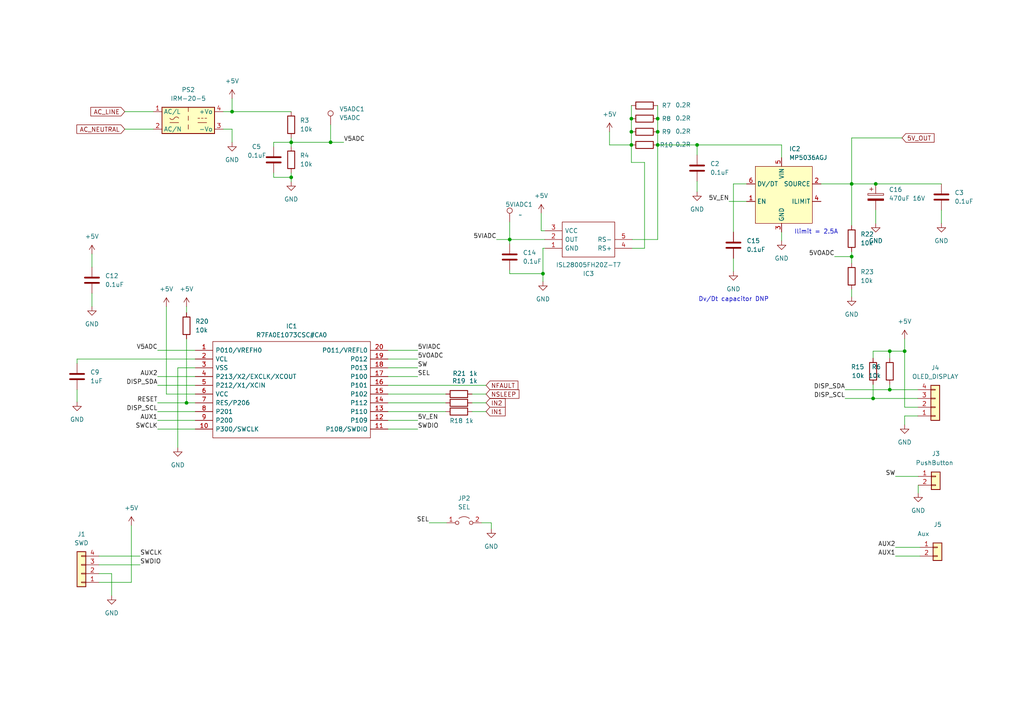
<source format=kicad_sch>
(kicad_sch (version 20230121) (generator eeschema)
  (paper "A4")
  (lib_symbols
    (symbol "Connector:TestPoint" (pin_numbers hide) (pin_names (offset 0.762) hide)
      (property "Reference" "TP" (at 0 6.858 0))
      (property "Value" "TestPoint" (at 0 5.08 0))
      (symbol "TestPoint_0_1"
        (circle (center 0 3.302) (radius 0.762))
      )
      (symbol "TestPoint_1_1"
        (pin passive line (at 0 0 90) (length 2.54) (name "1") (number "1"))
      )
    )
    (symbol "Connector_Generic:Conn_01x02" (pin_names (offset 1.016) hide)
      (property "Reference" "J" (at 0 2.54 0))
      (property "Value" "Conn_01x02" (at 0 -5.08 0))
      (symbol "Conn_01x02_1_1"
        (rectangle (start -1.27 -2.413) (end 0 -2.667) (stroke (width 0.1524)))
        (rectangle (start -1.27 0.127) (end 0 -0.127) (stroke (width 0.1524)))
        (rectangle (start -1.27 1.27) (end 1.27 -3.81) (stroke (width 0.254)) (fill (type background)))
        (pin passive line (at -5.08 0 0) (length 3.81) (name "Pin_1") (number "1"))
        (pin passive line (at -5.08 -2.54 0) (length 3.81) (name "Pin_2") (number "2"))
      )
    )
    (symbol "Connector_Generic:Conn_01x04" (pin_names (offset 1.016) hide)
      (property "Reference" "J" (at 0 5.08 0))
      (property "Value" "Conn_01x04" (at 0 -7.62 0))
      (symbol "Conn_01x04_1_1"
        (rectangle (start -1.27 -4.953) (end 0 -5.207) (stroke (width 0.1524)))
        (rectangle (start -1.27 -2.413) (end 0 -2.667) (stroke (width 0.1524)))
        (rectangle (start -1.27 0.127) (end 0 -0.127) (stroke (width 0.1524)))
        (rectangle (start -1.27 2.667) (end 0 2.413) (stroke (width 0.1524)))
        (rectangle (start -1.27 3.81) (end 1.27 -6.35) (stroke (width 0.254)) (fill (type background)))
        (pin passive line (at -5.08 2.54 0) (length 3.81) (name "Pin_1") (number "1"))
        (pin passive line (at -5.08 0 0) (length 3.81) (name "Pin_2") (number "2"))
        (pin passive line (at -5.08 -2.54 0) (length 3.81) (name "Pin_3") (number "3"))
        (pin passive line (at -5.08 -5.08 0) (length 3.81) (name "Pin_4") (number "4"))
      )
    )
    (symbol "Converter_ACDC:IRM-20-5"
      (property "Reference" "PS" (at 0 5.08 0))
      (property "Value" "IRM-20-5" (at 0 -5.08 0))
      (symbol "IRM-20-5_0_1"
        (rectangle (start -7.62 3.81) (end 7.62 -3.81) (stroke (width 0.254)) (fill (type background)))
        (arc (start -5.334 0.635) (mid -4.699 0.2495) (end -4.064 0.635))
        (arc (start -2.794 0.635) (mid -3.429 1.0072) (end -4.064 0.635))
        (polyline (pts (xy -5.334 -0.635) (xy -2.794 -0.635)))
        (polyline (pts (xy 0 -1.27) (xy 0 -2.54)))
        (polyline (pts (xy 0 1.27) (xy 0 0)))
        (polyline (pts (xy 0 3.81) (xy 0 2.54)))
        (polyline (pts (xy 2.794 -0.635) (xy 5.334 -0.635)))
        (polyline (pts (xy 2.794 0.635) (xy 3.302 0.635)))
        (polyline (pts (xy 3.81 0.635) (xy 4.318 0.635)))
        (polyline (pts (xy 4.826 0.635) (xy 5.334 0.635)))
      )
      (symbol "IRM-20-5_1_1"
        (pin power_in line (at -10.16 2.54 0) (length 2.54) (name "AC/L") (number "1"))
        (pin power_in line (at -10.16 -2.54 0) (length 2.54) (name "AC/N") (number "2"))
        (pin power_out line (at 10.16 -2.54 180) (length 2.54) (name "-Vo") (number "3"))
        (pin power_out line (at 10.16 2.54 180) (length 2.54) (name "+Vo") (number "4"))
      )
    )
    (symbol "DRV8874PWPR:MP5036"
      (property "Reference" "U" (at 1.27 1.27 0))
      (property "Value" "MP5036AGJ" (at 1.27 1.27 0))
      (symbol "MP5036_1_1"
        (rectangle (start 0 0) (end 16.51 -16.51) (fill (type background)))
        (pin input line (at -2.54 -10.16 0) (length 2.54) (name "EN") (number "1"))
        (pin power_out line (at 19.05 -5.08 180) (length 2.54) (name "SOURCE") (number "2"))
        (pin power_in line (at 7.62 -19.05 90) (length 2.54) (name "GND") (number "3"))
        (pin input line (at 19.05 -10.16 180) (length 2.54) (name "ILIMIT") (number "4"))
        (pin power_in line (at 7.62 2.54 270) (length 2.54) (name "VIN") (number "5"))
        (pin input line (at -2.54 -5.08 0) (length 2.54) (name "DV/DT") (number "6"))
      )
    )
    (symbol "Device:C" (pin_numbers hide) (pin_names (offset 0.254))
      (property "Reference" "C" (at 0.635 2.54 0))
      (property "Value" "C" (at 0.635 -2.54 0))
      (symbol "C_0_1"
        (polyline (pts (xy -2.032 -0.762) (xy 2.032 -0.762)) (stroke (width 0.508)))
        (polyline (pts (xy -2.032 0.762) (xy 2.032 0.762)) (stroke (width 0.508)))
      )
      (symbol "C_1_1"
        (pin passive line (at 0 3.81 270) (length 2.794) (name "~") (number "1"))
        (pin passive line (at 0 -3.81 90) (length 2.794) (name "~") (number "2"))
      )
    )
    (symbol "Device:C_Polarized" (pin_numbers hide) (pin_names (offset 0.254))
      (property "Reference" "C" (at 0.635 2.54 0))
      (property "Value" "C_Polarized" (at 0.635 -2.54 0))
      (symbol "C_Polarized_0_1"
        (rectangle (start -2.286 0.508) (end 2.286 1.016))
        (polyline (pts (xy -1.778 2.286) (xy -0.762 2.286)))
        (polyline (pts (xy -1.27 2.794) (xy -1.27 1.778)))
        (rectangle (start 2.286 -0.508) (end -2.286 -1.016) (fill (type outline)))
      )
      (symbol "C_Polarized_1_1"
        (pin passive line (at 0 3.81 270) (length 2.794) (name "~") (number "1"))
        (pin passive line (at 0 -3.81 90) (length 2.794) (name "~") (number "2"))
      )
    )
    (symbol "Device:R" (pin_numbers hide) (pin_names (offset 0))
      (property "Reference" "R" (at 2.032 0 90))
      (property "Value" "R" (at 0 0 90))
      (symbol "R_0_1"
        (rectangle (start -1.016 -2.54) (end 1.016 2.54) (stroke (width 0.254)))
      )
      (symbol "R_1_1"
        (pin passive line (at 0 3.81 270) (length 1.27) (name "~") (number "1"))
        (pin passive line (at 0 -3.81 90) (length 1.27) (name "~") (number "2"))
      )
    )
    (symbol "ISL28005FH20Z-T7:ISL28005FH20Z-T7" (pin_names (offset 0.762))
      (property "Reference" "IC" (at 21.59 7.62 0))
      (property "Value" "ISL28005FH20Z-T7" (at 21.59 5.08 0))
      (symbol "ISL28005FH20Z-T7_0_0"
        (pin passive line (at 0 0 0) (length 5.08) (name "GND") (number "1"))
        (pin passive line (at 0 -2.54 0) (length 5.08) (name "OUT") (number "2"))
        (pin passive line (at 0 -5.08 0) (length 5.08) (name "VCC") (number "3"))
        (pin passive line (at 25.4 0 180) (length 5.08) (name "RS+") (number "4"))
        (pin passive line (at 25.4 -2.54 180) (length 5.08) (name "RS-") (number "5"))
      )
      (symbol "ISL28005FH20Z-T7_0_1"
        (polyline (pts (xy 5.08 2.54) (xy 20.32 2.54) (xy 20.32 -7.62) (xy 5.08 -7.62) (xy 5.08 2.54)) (stroke (width 0.1524)))
      )
    )
    (symbol "Jumper:Jumper_2_Open" (pin_names (offset 0) hide)
      (property "Reference" "JP" (at 0 2.794 0))
      (property "Value" "Jumper_2_Open" (at 0 -2.286 0))
      (symbol "Jumper_2_Open_0_0"
        (circle (center -2.032 0) (radius 0.508))
        (circle (center 2.032 0) (radius 0.508))
      )
      (symbol "Jumper_2_Open_0_1"
        (arc (start 1.524 1.27) (mid 0 1.778) (end -1.524 1.27))
      )
      (symbol "Jumper_2_Open_1_1"
        (pin passive line (at -5.08 0 0) (length 2.54) (name "A") (number "1"))
        (pin passive line (at 5.08 0 180) (length 2.54) (name "B") (number "2"))
      )
    )
    (symbol "R7FA0E1073CSC#CA0:R7FA0E1073CSC#CA0" (pin_names (offset 0.762))
      (property "Reference" "IC" (at 52.07 7.62 0))
      (property "Value" "R7FA0E1073CSC#CA0" (at 52.07 5.08 0))
      (symbol "R7FA0E1073CSC#CA0_0_0"
        (pin passive line (at 0 0 0) (length 5.08) (name "P010/VREFH0") (number "1"))
        (pin passive line (at 0 -22.86 0) (length 5.08) (name "P300/SWCLK") (number "10"))
        (pin passive line (at 55.88 -22.86 180) (length 5.08) (name "P108/SWDIO") (number "11"))
        (pin passive line (at 55.88 -20.32 180) (length 5.08) (name "P109") (number "12"))
        (pin passive line (at 55.88 -17.78 180) (length 5.08) (name "P110") (number "13"))
        (pin passive line (at 55.88 -15.24 180) (length 5.08) (name "P112") (number "14"))
        (pin passive line (at 55.88 -12.7 180) (length 5.08) (name "P102") (number "15"))
        (pin passive line (at 55.88 -10.16 180) (length 5.08) (name "P101") (number "16"))
        (pin passive line (at 55.88 -7.62 180) (length 5.08) (name "P100") (number "17"))
        (pin passive line (at 55.88 -5.08 180) (length 5.08) (name "P013") (number "18"))
        (pin passive line (at 55.88 -2.54 180) (length 5.08) (name "P012") (number "19"))
        (pin passive line (at 0 -2.54 0) (length 5.08) (name "VCL") (number "2"))
        (pin passive line (at 55.88 0 180) (length 5.08) (name "P011/VREFL0") (number "20"))
        (pin passive line (at 0 -5.08 0) (length 5.08) (name "VSS") (number "3"))
        (pin passive line (at 0 -7.62 0) (length 5.08) (name "P213/X2/EXCLK/XCOUT") (number "4"))
        (pin passive line (at 0 -10.16 0) (length 5.08) (name "P212/X1/XCIN") (number "5"))
        (pin passive line (at 0 -12.7 0) (length 5.08) (name "VCC") (number "6"))
        (pin passive line (at 0 -15.24 0) (length 5.08) (name "RES/P206") (number "7"))
        (pin passive line (at 0 -17.78 0) (length 5.08) (name "P201") (number "8"))
        (pin passive line (at 0 -20.32 0) (length 5.08) (name "P200") (number "9"))
      )
      (symbol "R7FA0E1073CSC#CA0_0_1"
        (polyline (pts (xy 5.08 2.54) (xy 50.8 2.54) (xy 50.8 -25.4) (xy 5.08 -25.4) (xy 5.08 2.54)) (stroke (width 0.1524)))
      )
    )
    (symbol "power:+5V" (power) (pin_names (offset 0))
      (property "Value" "+5V" (at 0 3.556 0))
      (symbol "+5V_0_1"
        (polyline (pts (xy -0.762 1.27) (xy 0 2.54)))
        (polyline (pts (xy 0 0) (xy 0 2.54)))
        (polyline (pts (xy 0 2.54) (xy 0.762 1.27)))
      )
      (symbol "+5V_1_1"
        (pin power_in line (at 0 0 90) (length 0) hide (name "+5V") (number "1"))
      )
    )
    (symbol "power:GND" (power) (pin_names (offset 0))
      (property "Value" "GND" (at 0 -3.81 0))
      (symbol "GND_0_1"
        (polyline (pts (xy 0 0) (xy 0 -1.27) (xy 1.27 -1.27) (xy 0 -2.54) (xy -1.27 -1.27) (xy 0 -1.27)))
      )
      (symbol "GND_1_1"
        (pin power_in line (at 0 0 270) (length 0) hide (name "GND") (number "1"))
      )
    )
  )
  (junction (at 54.102 116.84))
  (junction (at 258.064 113.03))
  (junction (at 67.31 32.385))
  (junction (at 190.754 42.037))
  (junction (at 253.238 115.57))
  (junction (at 183.134 34.417))
  (junction (at 258.064 101.854))
  (junction (at 262.382 101.854))
  (junction (at 202.184 42.037))
  (junction (at 183.134 42.037))
  (junction (at 183.134 38.227))
  (junction (at 84.455 41.275))
  (junction (at 254 53.34))
  (junction (at 84.455 51.435))
  (junction (at 190.754 38.227))
  (junction (at 147.828 69.469))
  (junction (at 247.015 53.34))
  (junction (at 247.015 74.422))
  (junction (at 190.754 34.417))
  (junction (at 157.48 79.375))
  (junction (at 95.885 41.275))
  (wire (pts (xy 273.05 60.96) (xy 273.05 64.77)))
  (wire (pts (xy 157.48 72.009) (xy 157.48 79.375)))
  (wire (pts (xy 190.754 38.227) (xy 190.754 42.037)))
  (wire (pts (xy 258.064 113.03) (xy 245.11 113.03)))
  (wire (pts (xy 266.192 113.03) (xy 258.064 113.03)))
  (wire (pts (xy 84.455 40.005) (xy 84.455 41.275)))
  (wire (pts (xy 54.102 88.9) (xy 54.102 90.678)))
  (wire (pts (xy 67.31 32.385) (xy 84.455 32.385)))
  (wire (pts (xy 45.72 116.84) (xy 54.102 116.84)))
  (wire (pts (xy 79.375 51.435) (xy 84.455 51.435)))
  (wire (pts (xy 54.102 116.84) (xy 56.642 116.84)))
  (wire (pts (xy 112.522 109.22) (xy 121.158 109.22)))
  (wire (pts (xy 142.494 151.638) (xy 142.494 153.416)))
  (wire (pts (xy 266.192 118.11) (xy 262.382 118.11)))
  (wire (pts (xy 238.125 53.34) (xy 247.015 53.34)))
  (wire (pts (xy 202.184 42.037) (xy 190.754 42.037)))
  (wire (pts (xy 157.988 66.929) (xy 156.972 66.929)))
  (wire (pts (xy 51.562 106.68) (xy 51.562 129.794)))
  (wire (pts (xy 112.522 101.6) (xy 121.158 101.6)))
  (wire (pts (xy 247.015 65.405) (xy 247.015 53.34)))
  (wire (pts (xy 45.72 121.92) (xy 56.642 121.92)))
  (wire (pts (xy 226.695 42.037) (xy 202.184 42.037)))
  (wire (pts (xy 26.67 85.09) (xy 26.67 88.9)))
  (wire (pts (xy 56.642 106.68) (xy 51.562 106.68)))
  (wire (pts (xy 212.725 53.34) (xy 216.535 53.34)))
  (wire (pts (xy 26.67 73.66) (xy 26.67 77.47)))
  (wire (pts (xy 253.238 115.57) (xy 245.11 115.57)))
  (wire (pts (xy 22.352 104.14) (xy 22.352 105.41)))
  (wire (pts (xy 84.455 41.275) (xy 84.455 42.545)))
  (wire (pts (xy 247.015 83.947) (xy 247.015 86.106)))
  (wire (pts (xy 22.352 104.14) (xy 56.642 104.14)))
  (wire (pts (xy 36.195 32.385) (xy 44.45 32.385)))
  (wire (pts (xy 258.064 111.506) (xy 258.064 113.03)))
  (wire (pts (xy 112.522 106.68) (xy 121.158 106.68)))
  (wire (pts (xy 136.906 114.3) (xy 140.97 114.3)))
  (wire (pts (xy 226.695 45.72) (xy 226.695 42.037)))
  (wire (pts (xy 176.784 42.037) (xy 183.134 42.037)))
  (wire (pts (xy 186.944 72.009) (xy 183.388 72.009)))
  (wire (pts (xy 95.885 41.275) (xy 99.695 41.275)))
  (wire (pts (xy 147.828 79.375) (xy 147.828 78.359)))
  (wire (pts (xy 112.522 124.46) (xy 121.158 124.46)))
  (wire (pts (xy 212.725 74.93) (xy 212.725 78.74)))
  (wire (pts (xy 254 53.34) (xy 273.05 53.34)))
  (wire (pts (xy 84.455 51.435) (xy 84.455 52.705)))
  (wire (pts (xy 183.134 30.607) (xy 183.134 34.417)))
  (wire (pts (xy 190.754 42.037) (xy 190.754 69.469)))
  (wire (pts (xy 259.715 158.75) (xy 266.827 158.75)))
  (wire (pts (xy 253.238 111.506) (xy 253.238 115.57)))
  (wire (pts (xy 147.828 69.469) (xy 147.828 70.739)))
  (wire (pts (xy 147.828 64.389) (xy 147.828 69.469)))
  (wire (pts (xy 258.064 101.854) (xy 262.382 101.854)))
  (wire (pts (xy 36.195 37.465) (xy 44.45 37.465)))
  (wire (pts (xy 112.522 104.14) (xy 121.158 104.14)))
  (wire (pts (xy 79.375 41.275) (xy 84.455 41.275)))
  (wire (pts (xy 190.754 34.417) (xy 190.754 38.227)))
  (wire (pts (xy 176.784 38.227) (xy 176.784 42.037)))
  (wire (pts (xy 226.695 67.31) (xy 226.695 69.85)))
  (wire (pts (xy 28.702 161.29) (xy 40.64 161.29)))
  (wire (pts (xy 156.972 66.929) (xy 156.972 61.849)))
  (wire (pts (xy 259.715 138.176) (xy 266.319 138.176)))
  (wire (pts (xy 266.192 120.65) (xy 262.382 120.65)))
  (wire (pts (xy 157.48 79.375) (xy 157.48 81.661)))
  (wire (pts (xy 95.885 36.195) (xy 95.885 41.275)))
  (wire (pts (xy 139.7 151.638) (xy 142.494 151.638)))
  (wire (pts (xy 112.522 119.38) (xy 129.286 119.38)))
  (wire (pts (xy 32.385 166.37) (xy 32.385 172.72)))
  (wire (pts (xy 186.944 47.117) (xy 186.944 72.009)))
  (wire (pts (xy 202.184 52.578) (xy 202.184 55.626)))
  (wire (pts (xy 183.134 38.227) (xy 183.134 42.037)))
  (wire (pts (xy 45.72 109.22) (xy 56.642 109.22)))
  (wire (pts (xy 22.352 113.03) (xy 22.352 116.586)))
  (wire (pts (xy 67.31 37.465) (xy 67.31 41.275)))
  (wire (pts (xy 254 60.96) (xy 254 64.77)))
  (wire (pts (xy 112.522 121.92) (xy 121.158 121.92)))
  (wire (pts (xy 124.46 151.638) (xy 129.54 151.638)))
  (wire (pts (xy 261.62 40.005) (xy 247.015 40.005)))
  (wire (pts (xy 247.015 40.005) (xy 247.015 53.34)))
  (wire (pts (xy 28.702 163.83) (xy 40.64 163.83)))
  (wire (pts (xy 48.26 88.9) (xy 48.26 114.3)))
  (wire (pts (xy 112.522 114.3) (xy 129.286 114.3)))
  (wire (pts (xy 28.702 168.91) (xy 38.1 168.91)))
  (wire (pts (xy 64.77 37.465) (xy 67.31 37.465)))
  (wire (pts (xy 242.062 74.422) (xy 247.015 74.422)))
  (wire (pts (xy 202.184 42.037) (xy 202.184 44.958)))
  (wire (pts (xy 28.702 166.37) (xy 32.385 166.37)))
  (wire (pts (xy 136.906 119.38) (xy 140.97 119.38)))
  (wire (pts (xy 183.134 47.117) (xy 186.944 47.117)))
  (wire (pts (xy 258.064 103.886) (xy 258.064 101.854)))
  (wire (pts (xy 38.1 152.4) (xy 38.1 168.91)))
  (wire (pts (xy 266.192 115.57) (xy 253.238 115.57)))
  (wire (pts (xy 253.238 101.854) (xy 258.064 101.854)))
  (wire (pts (xy 262.382 120.65) (xy 262.382 123.19)))
  (wire (pts (xy 247.015 53.34) (xy 254 53.34)))
  (wire (pts (xy 79.375 51.435) (xy 79.375 50.165)))
  (wire (pts (xy 212.725 67.31) (xy 212.725 53.34)))
  (wire (pts (xy 56.642 114.3) (xy 48.26 114.3)))
  (wire (pts (xy 190.754 30.607) (xy 190.754 34.417)))
  (wire (pts (xy 247.015 74.422) (xy 247.015 73.025)))
  (wire (pts (xy 45.72 124.46) (xy 56.642 124.46)))
  (wire (pts (xy 262.382 118.11) (xy 262.382 101.854)))
  (wire (pts (xy 183.134 42.037) (xy 183.134 47.117)))
  (wire (pts (xy 54.102 98.298) (xy 54.102 116.84)))
  (wire (pts (xy 79.375 42.545) (xy 79.375 41.275)))
  (wire (pts (xy 144.018 69.469) (xy 147.828 69.469)))
  (wire (pts (xy 247.015 76.327) (xy 247.015 74.422)))
  (wire (pts (xy 157.988 72.009) (xy 157.48 72.009)))
  (wire (pts (xy 253.238 103.886) (xy 253.238 101.854)))
  (wire (pts (xy 84.455 51.435) (xy 84.455 50.165)))
  (wire (pts (xy 112.522 111.76) (xy 140.97 111.76)))
  (wire (pts (xy 259.715 161.29) (xy 266.827 161.29)))
  (wire (pts (xy 147.828 69.469) (xy 157.988 69.469)))
  (wire (pts (xy 183.134 34.417) (xy 183.134 38.227)))
  (wire (pts (xy 67.31 32.385) (xy 67.31 28.575)))
  (wire (pts (xy 45.72 119.38) (xy 56.642 119.38)))
  (wire (pts (xy 84.455 41.275) (xy 95.885 41.275)))
  (wire (pts (xy 262.382 101.854) (xy 262.382 98.298)))
  (wire (pts (xy 45.72 101.6) (xy 56.642 101.6)))
  (wire (pts (xy 64.77 32.385) (xy 67.31 32.385)))
  (wire (pts (xy 157.48 79.375) (xy 147.828 79.375)))
  (wire (pts (xy 136.906 116.84) (xy 140.97 116.84)))
  (wire (pts (xy 211.455 58.42) (xy 216.535 58.42)))
  (wire (pts (xy 190.754 69.469) (xy 183.388 69.469)))
  (wire (pts (xy 112.522 116.84) (xy 129.286 116.84)))
  (wire (pts (xy 45.72 111.76) (xy 56.642 111.76)))
  (wire (pts (xy 266.319 140.716) (xy 266.319 143.002)))
  (text "Dv/Dt capacitor DNP" (at 202.565 87.63 0) (effects (font (size 1.27 1.27)) (justify left bottom)))
  (text "Ilimit = 2.5A" (at 230.378 68.072 0) (effects (font (size 1.27 1.27)) (justify left bottom)))
  (label "AUX2" (at 259.715 158.75 180))
  (label "AUX1" (at 259.715 161.29 180))
  (label "SEL" (at 124.46 151.638 180))
  (label "SWDIO" (at 121.158 124.46 0))
  (label "AUX1" (at 45.72 121.92 180))
  (label "SWCLK" (at 45.72 124.46 180))
  (label "5VOADC" (at 121.158 104.14 0))
  (label "5V_EN" (at 211.455 58.42 180))
  (label "DISP_SCL" (at 45.72 119.38 180))
  (label "SEL" (at 121.158 109.22 0))
  (label "SWCLK" (at 40.64 161.29 0))
  (label "SW" (at 121.158 106.68 0))
  (label "RESET" (at 45.72 116.84 180))
  (label "DISP_SCL" (at 245.11 115.57 180))
  (label "5VIADC" (at 121.158 101.6 0))
  (label "5VIADC" (at 144.018 69.469 180))
  (label "5VOADC" (at 242.062 74.422 180))
  (label "SWDIO" (at 40.64 163.83 0))
  (label "5V_EN" (at 121.158 121.92 0))
  (label "V5ADC" (at 99.695 41.275 0))
  (label "SW" (at 259.715 138.176 180))
  (label "V5ADC" (at 45.72 101.6 180))
  (label "DISP_SDA" (at 245.11 113.03 180))
  (label "DISP_SDA" (at 45.72 111.76 180))
  (label "AUX2" (at 45.72 109.22 180))
  (global_label "NFAULT" (shape input) (at 140.97 111.76 0) (property "Intersheetrefs" "${INTERSHEET_REFS}" (effects hide)))
  (global_label "AC_NEUTRAL" (shape input) (at 36.195 37.465 180) (property "Intersheetrefs" "${INTERSHEET_REFS}" (effects hide)))
  (global_label "IN1" (shape input) (at 140.97 119.38 0) (property "Intersheetrefs" "${INTERSHEET_REFS}" (effects hide)))
  (global_label "NSLEEP" (shape input) (at 140.97 114.3 0) (property "Intersheetrefs" "${INTERSHEET_REFS}" (effects hide)))
  (global_label "5V_OUT" (shape input) (at 261.62 40.005 0) (property "Intersheetrefs" "${INTERSHEET_REFS}" (effects hide)))
  (global_label "AC_LINE" (shape input) (at 36.195 32.385 180) (property "Intersheetrefs" "${INTERSHEET_REFS}" (effects hide)))
  (global_label "IN2" (shape input) (at 140.97 116.84 0) (property "Intersheetrefs" "${INTERSHEET_REFS}" (effects hide)))
  (symbol (lib_id "power:GND") (at 32.385 172.72 0) (unit 1)
    (property "Reference" "#PWR06" (effects hide))
    (property "Value" "GND" (at 32.385 177.8 0))
  )
  (symbol (lib_id "power:+5V") (at 38.1 152.4 0) (unit 1)
    (property "Reference" "#PWR020" (effects hide))
    (property "Value" "+5V" (at 38.1 147.32 0))
  )
  (symbol (lib_id "Device:R") (at 186.944 42.037 90) (unit 1)
    (property "Reference" "R10" (at 193.294 42.037 90))
    (property "Value" "0.2R" (at 198.12 41.91 90))
    (property "Footprint" "Resistor_SMD:R_1206_3216Metric_Pad1.30x1.75mm_HandSolder" (effects hide))
  )
  (symbol (lib_id "Connector:TestPoint") (at 147.828 64.389 0) (unit 1)
    (property "Reference" "5VIADC1" (at 146.558 59.309 0) (effects (justify left)))
    (property "Value" "~" (at 150.368 62.357 0) (effects (justify left)))
    (property "Footprint" "TestPoint:TestPoint_Pad_D1.0mm" (effects hide))
  )
  (symbol (lib_id "power:GND") (at 247.015 86.106 0) (unit 1)
    (property "Reference" "#PWR036" (effects hide))
    (property "Value" "GND" (at 247.015 91.186 0))
  )
  (symbol (lib_id "power:GND") (at 67.31 41.275 0) (unit 1)
    (property "Reference" "#PWR03" (effects hide))
    (property "Value" "GND" (at 67.31 46.355 0))
  )
  (symbol (lib_id "power:+5V") (at 156.972 61.849 0) (unit 1)
    (property "Reference" "#PWR013" (effects hide))
    (property "Value" "+5V" (at 156.972 56.769 0))
  )
  (symbol (lib_id "R7FA0E1073CSC#CA0:R7FA0E1073CSC#CA0") (at 56.642 101.6 0) (unit 1)
    (property "Reference" "IC1" (at 84.582 94.615 0))
    (property "Value" "R7FA0E1073CSC#CA0" (at 84.582 97.155 0))
    (property "Footprint" "Package_SO:SSOP-20_4.4x6.5mm_P0.65mm" (effects hide))
    (property "Datasheet" "https://www.renesas.com/us/en/products/microcontrollers-microprocessors/ra-cortex-m-mcus/ra0e1-32mhz-arm-cortex-m23-entry-level-ultra-low-power-general-purpose-microcontroller" (effects hide))
    (property "Description" "The RA0E1 group is a basic, simple MCU in the entry line of the RA0 series, offering excellent cost effectiveness and ultra-low power consumption. It delivers up to 32MHz of CPU performance using an Arm Cortex-M23 core with up to 64KB of embedded flash memory and a wide supply voltage range from 1.6V to 5.5V. The RA0 series is ideal for cost-sensitive applications such as low power and lower cost for consumer electronics, system control for small appliances, industrial system control and building automation" (effects hide))
    (property "Height" "1.45" (effects hide))
    (property "Manufacturer_Name" "Renesas Electronics" (effects hide))
    (property "Manufacturer_Part_Number" "R7FA0E1073CSC#CA0" (effects hide))
  )
  (symbol (lib_id "DRV8874PWPR:MP5036") (at 219.075 48.26 0) (unit 1)
    (property "Reference" "IC2" (at 228.8891 43.18 0) (effects (justify left)))
    (property "Value" "MP5036AGJ" (at 228.8891 45.72 0) (effects (justify left)))
    (property "Footprint" "Package_TO_SOT_SMD:SOT-23-6_Handsoldering" (effects hide))
  )
  (symbol (lib_id "Device:C_Polarized") (at 254 57.15 0) (unit 1)
    (property "Reference" "C16" (at 257.81 54.991 0) (effects (justify left)))
    (property "Value" "470uF 16V" (at 257.81 57.531 0) (effects (justify left)))
    (property "Footprint" "Capacitor_THT:CP_Radial_D6.3mm_P2.50mm" (effects hide))
  )
  (symbol (lib_id "power:GND") (at 212.725 78.74 0) (unit 1)
    (property "Reference" "#PWR034" (effects hide))
    (property "Value" "GND" (at 212.725 83.82 0))
  )
  (symbol (lib_id "power:GND") (at 262.382 123.19 0) (mirror y) (unit 1)
    (property "Reference" "#PWR015" (effects hide))
    (property "Value" "GND" (at 262.382 128.27 0))
  )
  (symbol (lib_id "Connector_Generic:Conn_01x04") (at 271.272 118.11 0) (mirror x) (unit 1)
    (property "Reference" "J4" (at 271.272 106.68 0))
    (property "Value" "OLED_DISPLAY" (at 271.272 109.22 0))
    (property "Footprint" "Connector_PinHeader_2.54mm:PinHeader_1x04_P2.54mm_Vertical" (effects hide))
  )
  (symbol (lib_id "Device:R") (at 247.015 69.215 0) (unit 1)
    (property "Reference" "R22" (at 249.555 67.945 0) (effects (justify left)))
    (property "Value" "10k" (at 249.555 70.485 0) (effects (justify left)))
    (property "Footprint" "Resistor_SMD:R_0805_2012Metric_Pad1.20x1.40mm_HandSolder" (effects hide))
  )
  (symbol (lib_id "Device:R") (at 253.238 107.696 0) (mirror y) (unit 1)
    (property "Reference" "R15" (at 250.698 106.426 0) (effects (justify left)))
    (property "Value" "10k" (at 250.698 108.966 0) (effects (justify left)))
    (property "Footprint" "Resistor_SMD:R_0805_2012Metric_Pad1.20x1.40mm_HandSolder" (effects hide))
  )
  (symbol (lib_id "power:+5V") (at 48.26 88.9 0) (unit 1)
    (property "Reference" "#PWR05" (effects hide))
    (property "Value" "+5V" (at 48.26 83.82 0))
  )
  (symbol (lib_id "Device:C") (at 202.184 48.768 180) (unit 1)
    (property "Reference" "C2" (at 205.994 47.498 0) (effects (justify right)))
    (property "Value" "0.1uF" (at 205.994 50.038 0) (effects (justify right)))
    (property "Footprint" "Capacitor_SMD:C_0805_2012Metric_Pad1.18x1.45mm_HandSolder" (effects hide))
  )
  (symbol (lib_id "Device:C") (at 79.375 46.355 180) (unit 1)
    (property "Reference" "C5" (at 73.025 42.545 0) (effects (justify right)))
    (property "Value" "0.1uF" (at 71.755 45.085 0) (effects (justify right)))
    (property "Footprint" "Capacitor_SMD:C_0805_2012Metric_Pad1.18x1.45mm_HandSolder" (effects hide))
  )
  (symbol (lib_id "Device:C") (at 26.67 81.28 180) (unit 1)
    (property "Reference" "C12" (at 30.48 80.01 0) (effects (justify right)))
    (property "Value" "0.1uF" (at 30.48 82.55 0) (effects (justify right)))
    (property "Footprint" "Capacitor_SMD:C_0805_2012Metric_Pad1.18x1.45mm_HandSolder" (effects hide))
  )
  (symbol (lib_id "Connector_Generic:Conn_01x04") (at 23.622 166.37 180) (unit 1)
    (property "Reference" "J1" (at 23.622 154.94 0))
    (property "Value" "SWD" (at 23.622 157.48 0))
    (property "Footprint" "Connector_PinHeader_2.54mm:PinHeader_1x04_P2.54mm_Vertical" (effects hide))
  )
  (symbol (lib_id "Device:C") (at 147.828 74.549 180) (unit 1)
    (property "Reference" "C14" (at 151.638 73.279 0) (effects (justify right)))
    (property "Value" "0.1uF" (at 151.638 75.819 0) (effects (justify right)))
    (property "Footprint" "Capacitor_SMD:C_0805_2012Metric_Pad1.18x1.45mm_HandSolder" (effects hide))
  )
  (symbol (lib_id "power:GND") (at 84.455 52.705 0) (unit 1)
    (property "Reference" "#PWR023" (effects hide))
    (property "Value" "GND" (at 84.455 57.785 0))
  )
  (symbol (lib_id "Converter_ACDC:IRM-20-5") (at 54.61 34.925 0) (unit 1)
    (property "Reference" "PS2" (at 54.61 26.035 0))
    (property "Value" "IRM-20-5" (at 54.61 28.575 0))
    (property "Footprint" "Converter_ACDC:Converter_ACDC_MeanWell_IRM-20-xx_THT" (effects hide))
    (property "Datasheet" "http://www.meanwell.com/Upload/PDF/IRM-20/IRM-20-SPEC.PDF" (effects hide))
  )
  (symbol (lib_id "Device:R") (at 54.102 94.488 0) (unit 1)
    (property "Reference" "R20" (at 56.642 93.218 0) (effects (justify left)))
    (property "Value" "10k" (at 56.642 95.758 0) (effects (justify left)))
    (property "Footprint" "Resistor_SMD:R_0805_2012Metric_Pad1.20x1.40mm_HandSolder" (effects hide))
  )
  (symbol (lib_id "Device:R") (at 133.096 116.84 90) (unit 1)
    (property "Reference" "R19" (at 133.096 110.49 90))
    (property "Value" "1k" (at 137.287 110.49 90))
    (property "Footprint" "Resistor_SMD:R_0805_2012Metric_Pad1.20x1.40mm_HandSolder" (effects hide))
  )
  (symbol (lib_id "Device:C") (at 273.05 57.15 180) (unit 1)
    (property "Reference" "C3" (at 276.86 55.88 0) (effects (justify right)))
    (property "Value" "0.1uF" (at 276.86 58.42 0) (effects (justify right)))
    (property "Footprint" "Capacitor_SMD:C_0805_2012Metric_Pad1.18x1.45mm_HandSolder" (effects hide))
  )
  (symbol (lib_id "Connector:TestPoint") (at 95.885 36.195 0) (unit 1)
    (property "Reference" "V5ADC1" (at 98.425 31.623 0) (effects (justify left)))
    (property "Value" "V5ADC" (at 98.425 34.163 0) (effects (justify left)))
    (property "Footprint" "TestPoint:TestPoint_Pad_D1.0mm" (effects hide))
  )
  (symbol (lib_id "power:GND") (at 22.352 116.586 0) (unit 1)
    (property "Reference" "#PWR012" (effects hide))
    (property "Value" "GND" (at 22.352 121.666 0))
  )
  (symbol (lib_id "power:+5V") (at 54.102 88.9 0) (unit 1)
    (property "Reference" "#PWR010" (effects hide))
    (property "Value" "+5V" (at 54.102 83.82 0))
  )
  (symbol (lib_id "Connector_Generic:Conn_01x02") (at 271.907 158.75 0) (unit 1)
    (property "Reference" "J5" (at 270.764 152.146 0) (effects (justify left)))
    (property "Value" "Aux" (at 266.065 154.813 0) (effects (justify left)))
    (property "Footprint" "Connector_PinHeader_2.54mm:PinHeader_1x02_P2.54mm_Vertical" (effects hide))
  )
  (symbol (lib_id "Device:R") (at 84.455 36.195 0) (unit 1)
    (property "Reference" "R3" (at 86.995 34.925 0) (effects (justify left)))
    (property "Value" "10k" (at 86.995 37.465 0) (effects (justify left)))
    (property "Footprint" "Resistor_SMD:R_0805_2012Metric_Pad1.20x1.40mm_HandSolder" (effects hide))
  )
  (symbol (lib_id "Device:R") (at 133.096 119.38 90) (unit 1)
    (property "Reference" "R18" (at 132.334 122.047 90))
    (property "Value" "1k" (at 136.144 122.047 90))
    (property "Footprint" "Resistor_SMD:R_0805_2012Metric_Pad1.20x1.40mm_HandSolder" (effects hide))
  )
  (symbol (lib_id "Device:C") (at 22.352 109.22 180) (unit 1)
    (property "Reference" "C9" (at 26.162 107.95 0) (effects (justify right)))
    (property "Value" "1uF" (at 26.162 110.49 0) (effects (justify right)))
    (property "Footprint" "Capacitor_SMD:C_0805_2012Metric_Pad1.18x1.45mm_HandSolder" (effects hide))
  )
  (symbol (lib_id "power:GND") (at 157.48 81.661 0) (unit 1)
    (property "Reference" "#PWR018" (effects hide))
    (property "Value" "GND" (at 157.48 86.741 0))
  )
  (symbol (lib_id "power:+5V") (at 262.382 98.298 0) (mirror y) (unit 1)
    (property "Reference" "#PWR019" (effects hide))
    (property "Value" "+5V" (at 262.382 93.218 0))
  )
  (symbol (lib_id "Device:C") (at 212.725 71.12 180) (unit 1)
    (property "Reference" "C15" (at 216.535 69.85 0) (effects (justify right)))
    (property "Value" "0.1uF" (at 216.535 72.39 0) (effects (justify right)))
    (property "Footprint" "Capacitor_SMD:C_0805_2012Metric_Pad1.18x1.45mm_HandSolder" (effects hide))
  )
  (symbol (lib_id "Device:R") (at 84.455 46.355 0) (unit 1)
    (property "Reference" "R4" (at 86.995 45.085 0) (effects (justify left)))
    (property "Value" "10k" (at 86.995 47.625 0) (effects (justify left)))
    (property "Footprint" "Resistor_SMD:R_0805_2012Metric_Pad1.20x1.40mm_HandSolder" (effects hide))
  )
  (symbol (lib_id "Connector_Generic:Conn_01x02") (at 271.399 138.176 0) (unit 1)
    (property "Reference" "J3" (at 270.256 131.572 0) (effects (justify left)))
    (property "Value" "PushButton" (at 265.557 134.239 0) (effects (justify left)))
    (property "Footprint" "Connector_PinHeader_2.54mm:PinHeader_1x02_P2.54mm_Vertical" (effects hide))
  )
  (symbol (lib_id "power:GND") (at 226.695 69.85 0) (unit 1)
    (property "Reference" "#PWR035" (effects hide))
    (property "Value" "GND" (at 226.695 74.93 0))
  )
  (symbol (lib_id "power:GND") (at 254 64.77 0) (unit 1)
    (property "Reference" "#PWR042" (effects hide))
    (property "Value" "GND" (at 254 69.85 0))
  )
  (symbol (lib_id "power:GND") (at 202.184 55.626 0) (unit 1)
    (property "Reference" "#PWR043" (effects hide))
    (property "Value" "GND" (at 202.184 60.706 0))
  )
  (symbol (lib_id "Device:R") (at 186.944 34.417 90) (unit 1)
    (property "Reference" "R8" (at 193.294 34.417 90))
    (property "Value" "0.2R" (at 198.12 34.29 90))
    (property "Footprint" "Resistor_SMD:R_1206_3216Metric_Pad1.30x1.75mm_HandSolder" (effects hide))
  )
  (symbol (lib_id "power:GND") (at 51.562 129.794 0) (unit 1)
    (property "Reference" "#PWR07" (effects hide))
    (property "Value" "GND" (at 51.562 134.874 0))
  )
  (symbol (lib_id "Device:R") (at 133.096 114.3 90) (unit 1)
    (property "Reference" "R21" (at 133.223 108.331 90))
    (property "Value" "1k" (at 137.287 108.331 90))
    (property "Footprint" "Resistor_SMD:R_0805_2012Metric_Pad1.20x1.40mm_HandSolder" (effects hide))
  )
  (symbol (lib_id "Device:R") (at 258.064 107.696 0) (mirror y) (unit 1)
    (property "Reference" "R6" (at 255.524 106.426 0) (effects (justify left)))
    (property "Value" "10k" (at 255.524 108.966 0) (effects (justify left)))
    (property "Footprint" "Resistor_SMD:R_0805_2012Metric_Pad1.20x1.40mm_HandSolder" (effects hide))
  )
  (symbol (lib_id "power:GND") (at 142.494 153.416 0) (mirror y) (unit 1)
    (property "Reference" "#PWR033" (effects hide))
    (property "Value" "GND" (at 142.494 158.496 0))
  )
  (symbol (lib_id "power:GND") (at 266.319 143.002 0) (mirror y) (unit 1)
    (property "Reference" "#PWR037" (effects hide))
    (property "Value" "GND" (at 266.319 148.082 0))
  )
  (symbol (lib_id "Device:R") (at 247.015 80.137 0) (unit 1)
    (property "Reference" "R23" (at 249.555 78.867 0) (effects (justify left)))
    (property "Value" "10k" (at 249.555 81.407 0) (effects (justify left)))
    (property "Footprint" "Resistor_SMD:R_0805_2012Metric_Pad1.20x1.40mm_HandSolder" (effects hide))
  )
  (symbol (lib_id "Jumper:Jumper_2_Open") (at 134.62 151.638 0) (unit 1)
    (property "Reference" "JP2" (at 134.62 144.526 0))
    (property "Value" "SEL" (at 134.62 147.066 0))
    (property "Footprint" "Connector_PinHeader_2.54mm:PinHeader_1x02_P2.54mm_Vertical" (effects hide))
  )
  (symbol (lib_id "ISL28005FH20Z-T7:ISL28005FH20Z-T7") (at 157.988 72.009 0) (mirror x) (unit 1)
    (property "Reference" "IC3" (at 170.688 79.375 0))
    (property "Value" "ISL28005FH20Z-T7" (at 170.688 76.835 0))
    (property "Footprint" "Package_TO_SOT_SMD:SOT-23-5_HandSoldering" (effects hide))
    (property "Datasheet" "https://www.renesas.com/en-us/www/doc/datasheet/isl28005.pdf" (effects hide))
    (property "Description" "The ISL28005 is a micropower, uni-directional high-side and low-side current sense amplifier featuring a proprietary rail-to-rail input current sensing amplifier. The ISL28005 is ideal for high-side current sense applications where the sense voltage is usually much higher than the amplifier supply voltage. The device can be used to sense voltages as high as 28V when operating from a supply voltage as low as 2. 7V. The micropower ISL28005 consumes only 50A of supply current when operating from a 2. 7V to 28" (effects hide))
    (property "Height" "1.45" (effects hide))
    (property "Manufacturer_Name" "Renesas Electronics" (effects hide))
    (property "Manufacturer_Part_Number" "ISL28005FH20Z-T7" (effects hide))
    (property "Mouser Part Number" "968-ISL28005FH20Z-T7" (effects hide))
    (property "Mouser Price/Stock" "https://www.mouser.com/Search/Refine.aspx?Keyword=968-ISL28005FH20Z-T7" (effects hide))
  )
  (symbol (lib_id "power:GND") (at 273.05 64.77 0) (unit 1)
    (property "Reference" "#PWR024" (effects hide))
    (property "Value" "GND" (at 273.05 69.85 0))
  )
  (symbol (lib_id "Device:R") (at 186.944 38.227 90) (unit 1)
    (property "Reference" "R9" (at 193.294 38.227 90))
    (property "Value" "0.2R" (at 198.12 38.1 90))
    (property "Footprint" "Resistor_SMD:R_1206_3216Metric_Pad1.30x1.75mm_HandSolder" (effects hide))
  )
  (symbol (lib_id "power:+5V") (at 67.31 28.575 0) (unit 1)
    (property "Reference" "#PWR02" (effects hide))
    (property "Value" "+5V" (at 67.31 23.495 0))
  )
  (symbol (lib_id "Device:R") (at 186.944 30.607 90) (unit 1)
    (property "Reference" "R7" (at 193.294 30.607 90))
    (property "Value" "0.2R" (at 198.12 30.48 90))
    (property "Footprint" "Resistor_SMD:R_1206_3216Metric_Pad1.30x1.75mm_HandSolder" (effects hide))
  )
  (symbol (lib_id "power:+5V") (at 176.784 38.227 0) (unit 1)
    (property "Reference" "#PWR025" (effects hide))
    (property "Value" "+5V" (at 176.784 33.147 0))
  )
  (symbol (lib_id "power:GND") (at 26.67 88.9 0) (unit 1)
    (property "Reference" "#PWR017" (effects hide))
    (property "Value" "GND" (at 26.67 93.98 0))
  )
  (symbol (lib_id "power:+5V") (at 26.67 73.66 0) (unit 1)
    (property "Reference" "#PWR016" (effects hide))
    (property "Value" "+5V" (at 26.67 68.58 0))
  )
)
</source>
